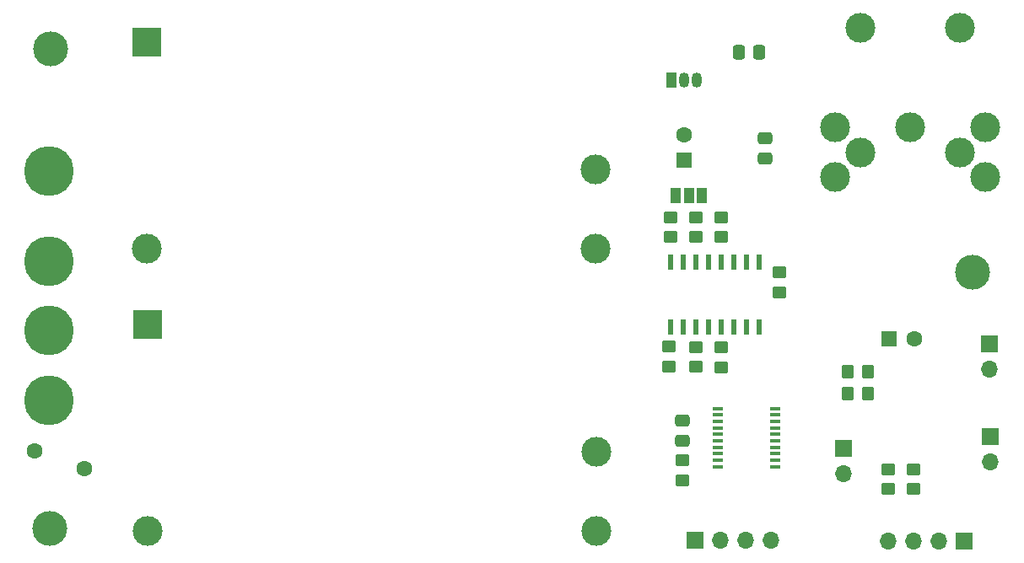
<source format=gbr>
%TF.GenerationSoftware,KiCad,Pcbnew,7.0.11-7.0.11~ubuntu22.04.1*%
%TF.CreationDate,2025-02-11T22:24:31-05:00*%
%TF.ProjectId,C64UltimatePSU,43363455-6c74-4696-9d61-74655053552e,rev?*%
%TF.SameCoordinates,Original*%
%TF.FileFunction,Soldermask,Top*%
%TF.FilePolarity,Negative*%
%FSLAX46Y46*%
G04 Gerber Fmt 4.6, Leading zero omitted, Abs format (unit mm)*
G04 Created by KiCad (PCBNEW 7.0.11-7.0.11~ubuntu22.04.1) date 2025-02-11 22:24:31*
%MOMM*%
%LPD*%
G01*
G04 APERTURE LIST*
G04 Aperture macros list*
%AMRoundRect*
0 Rectangle with rounded corners*
0 $1 Rounding radius*
0 $2 $3 $4 $5 $6 $7 $8 $9 X,Y pos of 4 corners*
0 Add a 4 corners polygon primitive as box body*
4,1,4,$2,$3,$4,$5,$6,$7,$8,$9,$2,$3,0*
0 Add four circle primitives for the rounded corners*
1,1,$1+$1,$2,$3*
1,1,$1+$1,$4,$5*
1,1,$1+$1,$6,$7*
1,1,$1+$1,$8,$9*
0 Add four rect primitives between the rounded corners*
20,1,$1+$1,$2,$3,$4,$5,0*
20,1,$1+$1,$4,$5,$6,$7,0*
20,1,$1+$1,$6,$7,$8,$9,0*
20,1,$1+$1,$8,$9,$2,$3,0*%
G04 Aperture macros list end*
%ADD10C,3.500000*%
%ADD11RoundRect,0.250000X-0.350000X-0.450000X0.350000X-0.450000X0.350000X0.450000X-0.350000X0.450000X0*%
%ADD12RoundRect,0.250000X0.350000X0.450000X-0.350000X0.450000X-0.350000X-0.450000X0.350000X-0.450000X0*%
%ADD13R,1.700000X1.700000*%
%ADD14O,1.700000X1.700000*%
%ADD15RoundRect,0.250000X-0.450000X0.350000X-0.450000X-0.350000X0.450000X-0.350000X0.450000X0.350000X0*%
%ADD16R,3.000000X3.000000*%
%ADD17C,3.000000*%
%ADD18R,1.600000X1.600000*%
%ADD19C,1.600000*%
%ADD20R,1.000000X0.400000*%
%ADD21C,5.000000*%
%ADD22RoundRect,0.250000X-0.337500X-0.475000X0.337500X-0.475000X0.337500X0.475000X-0.337500X0.475000X0*%
%ADD23RoundRect,0.250000X0.450000X-0.350000X0.450000X0.350000X-0.450000X0.350000X-0.450000X-0.350000X0*%
%ADD24RoundRect,0.250000X-0.475000X0.337500X-0.475000X-0.337500X0.475000X-0.337500X0.475000X0.337500X0*%
%ADD25R,1.000000X1.500000*%
%ADD26R,1.050000X1.500000*%
%ADD27O,1.050000X1.500000*%
%ADD28RoundRect,0.137500X0.137500X-0.662500X0.137500X0.662500X-0.137500X0.662500X-0.137500X-0.662500X0*%
G04 APERTURE END LIST*
D10*
%TO.C,H5*%
X97104200Y-39166800D03*
%TD*%
D11*
%TO.C,R23*%
X177146200Y-73812400D03*
X179146200Y-73812400D03*
%TD*%
D12*
%TO.C,R22*%
X179139600Y-71602600D03*
X177139600Y-71602600D03*
%TD*%
D13*
%TO.C,JP2*%
X191338200Y-68829000D03*
D14*
X191338200Y-71369000D03*
%TD*%
D13*
%TO.C,J5*%
X176707800Y-79324200D03*
D14*
X176707800Y-81864200D03*
%TD*%
D13*
%TO.C,J3*%
X191465200Y-78130400D03*
D14*
X191465200Y-80670400D03*
%TD*%
D13*
%TO.C,J1*%
X161808000Y-88519000D03*
D14*
X164348000Y-88519000D03*
X166888000Y-88519000D03*
X169428000Y-88519000D03*
%TD*%
D15*
%TO.C,R17*%
X170307000Y-61661800D03*
X170307000Y-63661800D03*
%TD*%
D16*
%TO.C,PS1*%
X106816200Y-38485500D03*
D17*
X106816200Y-59285500D03*
X151816200Y-59285500D03*
X151816200Y-51285500D03*
%TD*%
D18*
%TO.C,C4*%
X160705800Y-50368200D03*
D19*
X160705800Y-47868200D03*
%TD*%
D13*
%TO.C,J4*%
X188839000Y-88646000D03*
D14*
X186299000Y-88646000D03*
X183759000Y-88646000D03*
X181219000Y-88646000D03*
%TD*%
D15*
%TO.C,R1*%
X159359600Y-56089800D03*
X159359600Y-58089800D03*
%TD*%
%TO.C,R5*%
X164439600Y-56115200D03*
X164439600Y-58115200D03*
%TD*%
D20*
%TO.C,IC1*%
X164100600Y-75322600D03*
X164100600Y-75972600D03*
X164100600Y-76622600D03*
X164100600Y-77272600D03*
X164100600Y-77922600D03*
X164100600Y-78572600D03*
X164100600Y-79222600D03*
X164100600Y-79872600D03*
X164100600Y-80522600D03*
X164100600Y-81172600D03*
X169900600Y-81172600D03*
X169900600Y-80522600D03*
X169900600Y-79872600D03*
X169900600Y-79222600D03*
X169900600Y-78572600D03*
X169900600Y-77922600D03*
X169900600Y-77272600D03*
X169900600Y-76622600D03*
X169900600Y-75972600D03*
X169900600Y-75322600D03*
%TD*%
D15*
%TO.C,R2*%
X161899600Y-56115200D03*
X161899600Y-58115200D03*
%TD*%
D21*
%TO.C,H6*%
X97000000Y-67500000D03*
%TD*%
D22*
%TO.C,C1*%
X166200000Y-39497000D03*
X168275000Y-39497000D03*
%TD*%
D16*
%TO.C,PS2*%
X106892400Y-66857300D03*
D17*
X106892400Y-87657300D03*
X151892400Y-87657300D03*
X151892400Y-79657300D03*
%TD*%
D10*
%TO.C,H2*%
X97028000Y-87376000D03*
%TD*%
D17*
%TO.C,J2*%
X175900700Y-47077800D03*
X178400700Y-37077800D03*
X188400700Y-37077800D03*
X183400700Y-47077800D03*
X190900700Y-47077800D03*
X178400700Y-49577800D03*
X188400700Y-49577800D03*
X175900700Y-52077800D03*
X190900700Y-52077800D03*
%TD*%
D21*
%TO.C,H4*%
X97000000Y-60500000D03*
%TD*%
D15*
%TO.C,R20*%
X160578800Y-80543400D03*
X160578800Y-82543400D03*
%TD*%
D21*
%TO.C,H3*%
X97000000Y-51435000D03*
%TD*%
D23*
%TO.C,R19*%
X161899600Y-71138800D03*
X161899600Y-69138800D03*
%TD*%
D24*
%TO.C,C12*%
X160553400Y-76534100D03*
X160553400Y-78609100D03*
%TD*%
D25*
%TO.C,JP1*%
X159883800Y-53949600D03*
X161183800Y-53949600D03*
X162483800Y-53949600D03*
%TD*%
D24*
%TO.C,C7*%
X168859200Y-48158400D03*
X168859200Y-50233400D03*
%TD*%
D26*
%TO.C,IC6*%
X159410400Y-42291000D03*
D27*
X160680400Y-42291000D03*
X161950400Y-42291000D03*
%TD*%
D10*
%TO.C,H1*%
X189687200Y-61595000D03*
%TD*%
D15*
%TO.C,R6*%
X181229000Y-83432400D03*
X181229000Y-81432400D03*
%TD*%
D18*
%TO.C,C16*%
X181316621Y-68351400D03*
D19*
X183816621Y-68351400D03*
%TD*%
%TO.C,RV1*%
X95500000Y-79600000D03*
X100500000Y-81400000D03*
%TD*%
D28*
%TO.C,IC5*%
X159359600Y-67105600D03*
X160629600Y-67105600D03*
X161899600Y-67105600D03*
X163169600Y-67105600D03*
X164439600Y-67105600D03*
X165709600Y-67105600D03*
X166979600Y-67105600D03*
X168249600Y-67105600D03*
X168249600Y-60605600D03*
X166979600Y-60605600D03*
X165709600Y-60605600D03*
X164439600Y-60605600D03*
X163169600Y-60605600D03*
X161899600Y-60605600D03*
X160629600Y-60605600D03*
X159359600Y-60605600D03*
%TD*%
D15*
%TO.C,R15*%
X183769000Y-83432400D03*
X183769000Y-81432400D03*
%TD*%
D23*
%TO.C,R21*%
X164439600Y-71189600D03*
X164439600Y-69189600D03*
%TD*%
%TO.C,R18*%
X159232600Y-71113400D03*
X159232600Y-69113400D03*
%TD*%
D21*
%TO.C,H7*%
X97000000Y-74500000D03*
%TD*%
M02*

</source>
